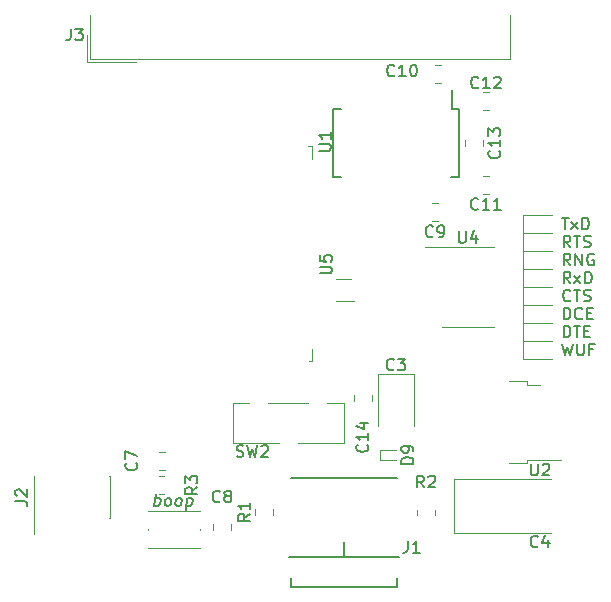
<source format=gto>
G04 #@! TF.GenerationSoftware,KiCad,Pcbnew,5.1.10*
G04 #@! TF.CreationDate,2021-07-04T17:42:54-04:00*
G04 #@! TF.ProjectId,windpup,77696e64-7075-4702-9e6b-696361645f70,rev?*
G04 #@! TF.SameCoordinates,Original*
G04 #@! TF.FileFunction,Legend,Top*
G04 #@! TF.FilePolarity,Positive*
%FSLAX46Y46*%
G04 Gerber Fmt 4.6, Leading zero omitted, Abs format (unit mm)*
G04 Created by KiCad (PCBNEW 5.1.10) date 2021-07-04 17:42:54*
%MOMM*%
%LPD*%
G01*
G04 APERTURE LIST*
%ADD10C,0.250000*%
%ADD11C,0.150000*%
%ADD12C,0.200000*%
%ADD13C,0.100000*%
%ADD14C,0.120000*%
%ADD15R,4.300000X4.300000*%
%ADD16R,0.912500X0.850000*%
%ADD17C,0.900000*%
%ADD18R,1.200000X1.400000*%
%ADD19R,0.360000X0.250000*%
%ADD20R,0.700000X0.400000*%
%ADD21R,0.450000X1.750000*%
%ADD22R,1.846667X3.480000*%
%ADD23R,0.740000X2.400000*%
%ADD24O,0.900000X1.700000*%
%ADD25O,0.900000X2.400000*%
%ADD26C,0.650000*%
%ADD27R,0.900000X1.000000*%
%ADD28R,6.400000X5.800000*%
%ADD29R,2.200000X1.200000*%
G04 APERTURE END LIST*
D10*
X125154571Y-106258095D02*
X125154571Y-105877142D01*
X126154571Y-106115238D02*
X124868857Y-106115238D01*
X124726000Y-106067619D01*
X124654571Y-105972380D01*
X124654571Y-105877142D01*
X125154571Y-105115238D02*
X126154571Y-105115238D01*
X125154571Y-105543809D02*
X125940285Y-105543809D01*
X126083142Y-105496190D01*
X126154571Y-105400952D01*
X126154571Y-105258095D01*
X126083142Y-105162857D01*
X126011714Y-105115238D01*
X125154571Y-104639047D02*
X126154571Y-104639047D01*
X125297428Y-104639047D02*
X125226000Y-104591428D01*
X125154571Y-104496190D01*
X125154571Y-104353333D01*
X125226000Y-104258095D01*
X125368857Y-104210476D01*
X126154571Y-104210476D01*
X125154571Y-103734285D02*
X126154571Y-103734285D01*
X125297428Y-103734285D02*
X125226000Y-103686666D01*
X125154571Y-103591428D01*
X125154571Y-103448571D01*
X125226000Y-103353333D01*
X125368857Y-103305714D01*
X126154571Y-103305714D01*
X125154571Y-102924761D02*
X126154571Y-102686666D01*
X125154571Y-102448571D02*
X126154571Y-102686666D01*
X126511714Y-102781904D01*
X126583142Y-102829523D01*
X126654571Y-102924761D01*
X126154571Y-101162857D02*
X126083142Y-101258095D01*
X125940285Y-101305714D01*
X124654571Y-101305714D01*
X126154571Y-100781904D02*
X125154571Y-100781904D01*
X124654571Y-100781904D02*
X124726000Y-100829523D01*
X124797428Y-100781904D01*
X124726000Y-100734285D01*
X124654571Y-100781904D01*
X124797428Y-100781904D01*
X125154571Y-99877142D02*
X126368857Y-99877142D01*
X126511714Y-99924761D01*
X126583142Y-99972380D01*
X126654571Y-100067619D01*
X126654571Y-100210476D01*
X126583142Y-100305714D01*
X126083142Y-99877142D02*
X126154571Y-99972380D01*
X126154571Y-100162857D01*
X126083142Y-100258095D01*
X126011714Y-100305714D01*
X125868857Y-100353333D01*
X125440285Y-100353333D01*
X125297428Y-100305714D01*
X125226000Y-100258095D01*
X125154571Y-100162857D01*
X125154571Y-99972380D01*
X125226000Y-99877142D01*
X126154571Y-99400952D02*
X124654571Y-99400952D01*
X126154571Y-98972380D02*
X125368857Y-98972380D01*
X125226000Y-99020000D01*
X125154571Y-99115238D01*
X125154571Y-99258095D01*
X125226000Y-99353333D01*
X125297428Y-99400952D01*
X125154571Y-98639047D02*
X125154571Y-98258095D01*
X124654571Y-98496190D02*
X125940285Y-98496190D01*
X126083142Y-98448571D01*
X126154571Y-98353333D01*
X126154571Y-98258095D01*
X126154571Y-97924761D02*
X124654571Y-97924761D01*
X125226000Y-97924761D02*
X125154571Y-97829523D01*
X125154571Y-97639047D01*
X125226000Y-97543809D01*
X125297428Y-97496190D01*
X125440285Y-97448571D01*
X125868857Y-97448571D01*
X126011714Y-97496190D01*
X126083142Y-97543809D01*
X126154571Y-97639047D01*
X126154571Y-97829523D01*
X126083142Y-97924761D01*
X125154571Y-96591428D02*
X126154571Y-96591428D01*
X125154571Y-97020000D02*
X125940285Y-97020000D01*
X126083142Y-96972380D01*
X126154571Y-96877142D01*
X126154571Y-96734285D01*
X126083142Y-96639047D01*
X126011714Y-96591428D01*
X126154571Y-95972380D02*
X126083142Y-96067619D01*
X125940285Y-96115238D01*
X124654571Y-96115238D01*
X126154571Y-95591428D02*
X124654571Y-95591428D01*
X125226000Y-95591428D02*
X125154571Y-95496190D01*
X125154571Y-95305714D01*
X125226000Y-95210476D01*
X125297428Y-95162857D01*
X125440285Y-95115238D01*
X125868857Y-95115238D01*
X126011714Y-95162857D01*
X126083142Y-95210476D01*
X126154571Y-95305714D01*
X126154571Y-95496190D01*
X126083142Y-95591428D01*
X125154571Y-93496190D02*
X126368857Y-93496190D01*
X126511714Y-93543809D01*
X126583142Y-93591428D01*
X126654571Y-93686666D01*
X126654571Y-93829523D01*
X126583142Y-93924761D01*
X126083142Y-93496190D02*
X126154571Y-93591428D01*
X126154571Y-93781904D01*
X126083142Y-93877142D01*
X126011714Y-93924761D01*
X125868857Y-93972380D01*
X125440285Y-93972380D01*
X125297428Y-93924761D01*
X125226000Y-93877142D01*
X125154571Y-93781904D01*
X125154571Y-93591428D01*
X125226000Y-93496190D01*
X126154571Y-92877142D02*
X126083142Y-92972380D01*
X126011714Y-93020000D01*
X125868857Y-93067619D01*
X125440285Y-93067619D01*
X125297428Y-93020000D01*
X125226000Y-92972380D01*
X125154571Y-92877142D01*
X125154571Y-92734285D01*
X125226000Y-92639047D01*
X125297428Y-92591428D01*
X125440285Y-92543809D01*
X125868857Y-92543809D01*
X126011714Y-92591428D01*
X126083142Y-92639047D01*
X126154571Y-92734285D01*
X126154571Y-92877142D01*
X126083142Y-91734285D02*
X126154571Y-91829523D01*
X126154571Y-92020000D01*
X126083142Y-92115238D01*
X125940285Y-92162857D01*
X125368857Y-92162857D01*
X125226000Y-92115238D01*
X125154571Y-92020000D01*
X125154571Y-91829523D01*
X125226000Y-91734285D01*
X125368857Y-91686666D01*
X125511714Y-91686666D01*
X125654571Y-92162857D01*
X126083142Y-91305714D02*
X126154571Y-91210476D01*
X126154571Y-91020000D01*
X126083142Y-90924761D01*
X125940285Y-90877142D01*
X125868857Y-90877142D01*
X125726000Y-90924761D01*
X125654571Y-91020000D01*
X125654571Y-91162857D01*
X125583142Y-91258095D01*
X125440285Y-91305714D01*
X125368857Y-91305714D01*
X125226000Y-91258095D01*
X125154571Y-91162857D01*
X125154571Y-91020000D01*
X125226000Y-90924761D01*
X126154571Y-89686666D02*
X124654571Y-89686666D01*
X126154571Y-89258095D02*
X125368857Y-89258095D01*
X125226000Y-89305714D01*
X125154571Y-89400952D01*
X125154571Y-89543809D01*
X125226000Y-89639047D01*
X125297428Y-89686666D01*
X126083142Y-88400952D02*
X126154571Y-88496190D01*
X126154571Y-88686666D01*
X126083142Y-88781904D01*
X125940285Y-88829523D01*
X125368857Y-88829523D01*
X125226000Y-88781904D01*
X125154571Y-88686666D01*
X125154571Y-88496190D01*
X125226000Y-88400952D01*
X125368857Y-88353333D01*
X125511714Y-88353333D01*
X125654571Y-88829523D01*
X126154571Y-87924761D02*
X125154571Y-87924761D01*
X125440285Y-87924761D02*
X125297428Y-87877142D01*
X125226000Y-87829523D01*
X125154571Y-87734285D01*
X125154571Y-87639047D01*
X126083142Y-86924761D02*
X126154571Y-87020000D01*
X126154571Y-87210476D01*
X126083142Y-87305714D01*
X125940285Y-87353333D01*
X125368857Y-87353333D01*
X125226000Y-87305714D01*
X125154571Y-87210476D01*
X125154571Y-87020000D01*
X125226000Y-86924761D01*
X125368857Y-86877142D01*
X125511714Y-86877142D01*
X125654571Y-87353333D01*
D11*
X133964586Y-117597180D02*
X134089586Y-116597180D01*
X134041967Y-116978133D02*
X134143157Y-116930514D01*
X134333633Y-116930514D01*
X134422919Y-116978133D01*
X134464586Y-117025752D01*
X134500300Y-117120990D01*
X134464586Y-117406704D01*
X134405062Y-117501942D01*
X134351491Y-117549561D01*
X134250300Y-117597180D01*
X134059824Y-117597180D01*
X133970538Y-117549561D01*
X135012205Y-117597180D02*
X134922919Y-117549561D01*
X134881252Y-117501942D01*
X134845538Y-117406704D01*
X134881252Y-117120990D01*
X134940776Y-117025752D01*
X134994348Y-116978133D01*
X135095538Y-116930514D01*
X135238395Y-116930514D01*
X135327681Y-116978133D01*
X135369348Y-117025752D01*
X135405062Y-117120990D01*
X135369348Y-117406704D01*
X135309824Y-117501942D01*
X135256252Y-117549561D01*
X135155062Y-117597180D01*
X135012205Y-117597180D01*
X135916967Y-117597180D02*
X135827681Y-117549561D01*
X135786014Y-117501942D01*
X135750300Y-117406704D01*
X135786014Y-117120990D01*
X135845538Y-117025752D01*
X135899110Y-116978133D01*
X136000300Y-116930514D01*
X136143157Y-116930514D01*
X136232443Y-116978133D01*
X136274110Y-117025752D01*
X136309824Y-117120990D01*
X136274110Y-117406704D01*
X136214586Y-117501942D01*
X136161014Y-117549561D01*
X136059824Y-117597180D01*
X135916967Y-117597180D01*
X136762205Y-116930514D02*
X136637205Y-117930514D01*
X136756252Y-116978133D02*
X136857443Y-116930514D01*
X137047919Y-116930514D01*
X137137205Y-116978133D01*
X137178872Y-117025752D01*
X137214586Y-117120990D01*
X137178872Y-117406704D01*
X137119348Y-117501942D01*
X137065776Y-117549561D01*
X136964586Y-117597180D01*
X136774110Y-117597180D01*
X136684824Y-117549561D01*
D12*
X168529142Y-103846380D02*
X168767237Y-104846380D01*
X168957714Y-104132095D01*
X169148190Y-104846380D01*
X169386285Y-103846380D01*
X169767237Y-103846380D02*
X169767237Y-104655904D01*
X169814856Y-104751142D01*
X169862475Y-104798761D01*
X169957714Y-104846380D01*
X170148190Y-104846380D01*
X170243428Y-104798761D01*
X170291047Y-104751142D01*
X170338666Y-104655904D01*
X170338666Y-103846380D01*
X171148190Y-104322571D02*
X170814856Y-104322571D01*
X170814856Y-104846380D02*
X170814856Y-103846380D01*
X171291047Y-103846380D01*
X168624380Y-103322380D02*
X168624380Y-102322380D01*
X168862476Y-102322380D01*
X169005333Y-102370000D01*
X169100571Y-102465238D01*
X169148190Y-102560476D01*
X169195809Y-102750952D01*
X169195809Y-102893809D01*
X169148190Y-103084285D01*
X169100571Y-103179523D01*
X169005333Y-103274761D01*
X168862476Y-103322380D01*
X168624380Y-103322380D01*
X169481523Y-102322380D02*
X170052952Y-102322380D01*
X169767238Y-103322380D02*
X169767238Y-102322380D01*
X170386285Y-102798571D02*
X170719619Y-102798571D01*
X170862476Y-103322380D02*
X170386285Y-103322380D01*
X170386285Y-102322380D01*
X170862476Y-102322380D01*
X168624381Y-101798380D02*
X168624381Y-100798380D01*
X168862476Y-100798380D01*
X169005333Y-100846000D01*
X169100571Y-100941238D01*
X169148190Y-101036476D01*
X169195809Y-101226952D01*
X169195809Y-101369809D01*
X169148190Y-101560285D01*
X169100571Y-101655523D01*
X169005333Y-101750761D01*
X168862476Y-101798380D01*
X168624381Y-101798380D01*
X170195809Y-101703142D02*
X170148190Y-101750761D01*
X170005333Y-101798380D01*
X169910095Y-101798380D01*
X169767238Y-101750761D01*
X169672000Y-101655523D01*
X169624381Y-101560285D01*
X169576762Y-101369809D01*
X169576762Y-101226952D01*
X169624381Y-101036476D01*
X169672000Y-100941238D01*
X169767238Y-100846000D01*
X169910095Y-100798380D01*
X170005333Y-100798380D01*
X170148190Y-100846000D01*
X170195809Y-100893619D01*
X170624381Y-101274571D02*
X170957714Y-101274571D01*
X171100571Y-101798380D02*
X170624381Y-101798380D01*
X170624381Y-100798380D01*
X171100571Y-100798380D01*
X169195809Y-100179142D02*
X169148190Y-100226761D01*
X169005333Y-100274380D01*
X168910095Y-100274380D01*
X168767238Y-100226761D01*
X168672000Y-100131523D01*
X168624381Y-100036285D01*
X168576762Y-99845809D01*
X168576762Y-99702952D01*
X168624381Y-99512476D01*
X168672000Y-99417238D01*
X168767238Y-99322000D01*
X168910095Y-99274380D01*
X169005333Y-99274380D01*
X169148190Y-99322000D01*
X169195809Y-99369619D01*
X169481524Y-99274380D02*
X170052952Y-99274380D01*
X169767238Y-100274380D02*
X169767238Y-99274380D01*
X170338667Y-100226761D02*
X170481524Y-100274380D01*
X170719619Y-100274380D01*
X170814857Y-100226761D01*
X170862476Y-100179142D01*
X170910095Y-100083904D01*
X170910095Y-99988666D01*
X170862476Y-99893428D01*
X170814857Y-99845809D01*
X170719619Y-99798190D01*
X170529143Y-99750571D01*
X170433905Y-99702952D01*
X170386286Y-99655333D01*
X170338667Y-99560095D01*
X170338667Y-99464857D01*
X170386286Y-99369619D01*
X170433905Y-99322000D01*
X170529143Y-99274380D01*
X170767238Y-99274380D01*
X170910095Y-99322000D01*
X169195809Y-98750380D02*
X168862476Y-98274190D01*
X168624381Y-98750380D02*
X168624381Y-97750380D01*
X169005333Y-97750380D01*
X169100571Y-97798000D01*
X169148190Y-97845619D01*
X169195809Y-97940857D01*
X169195809Y-98083714D01*
X169148190Y-98178952D01*
X169100571Y-98226571D01*
X169005333Y-98274190D01*
X168624381Y-98274190D01*
X169529143Y-98750380D02*
X170052952Y-98083714D01*
X169529143Y-98083714D02*
X170052952Y-98750380D01*
X170433905Y-98750380D02*
X170433905Y-97750380D01*
X170672000Y-97750380D01*
X170814857Y-97798000D01*
X170910095Y-97893238D01*
X170957714Y-97988476D01*
X171005333Y-98178952D01*
X171005333Y-98321809D01*
X170957714Y-98512285D01*
X170910095Y-98607523D01*
X170814857Y-98702761D01*
X170672000Y-98750380D01*
X170433905Y-98750380D01*
X169195809Y-97226380D02*
X168862475Y-96750190D01*
X168624380Y-97226380D02*
X168624380Y-96226380D01*
X169005333Y-96226380D01*
X169100571Y-96274000D01*
X169148190Y-96321619D01*
X169195809Y-96416857D01*
X169195809Y-96559714D01*
X169148190Y-96654952D01*
X169100571Y-96702571D01*
X169005333Y-96750190D01*
X168624380Y-96750190D01*
X169624380Y-97226380D02*
X169624380Y-96226380D01*
X170195809Y-97226380D01*
X170195809Y-96226380D01*
X171195809Y-96274000D02*
X171100571Y-96226380D01*
X170957714Y-96226380D01*
X170814856Y-96274000D01*
X170719618Y-96369238D01*
X170671999Y-96464476D01*
X170624380Y-96654952D01*
X170624380Y-96797809D01*
X170671999Y-96988285D01*
X170719618Y-97083523D01*
X170814856Y-97178761D01*
X170957714Y-97226380D01*
X171052952Y-97226380D01*
X171195809Y-97178761D01*
X171243428Y-97131142D01*
X171243428Y-96797809D01*
X171052952Y-96797809D01*
X169195809Y-95702380D02*
X168862476Y-95226190D01*
X168624381Y-95702380D02*
X168624381Y-94702380D01*
X169005333Y-94702380D01*
X169100571Y-94750000D01*
X169148190Y-94797619D01*
X169195809Y-94892857D01*
X169195809Y-95035714D01*
X169148190Y-95130952D01*
X169100571Y-95178571D01*
X169005333Y-95226190D01*
X168624381Y-95226190D01*
X169481524Y-94702380D02*
X170052952Y-94702380D01*
X169767238Y-95702380D02*
X169767238Y-94702380D01*
X170338667Y-95654761D02*
X170481524Y-95702380D01*
X170719619Y-95702380D01*
X170814857Y-95654761D01*
X170862476Y-95607142D01*
X170910095Y-95511904D01*
X170910095Y-95416666D01*
X170862476Y-95321428D01*
X170814857Y-95273809D01*
X170719619Y-95226190D01*
X170529143Y-95178571D01*
X170433905Y-95130952D01*
X170386286Y-95083333D01*
X170338667Y-94988095D01*
X170338667Y-94892857D01*
X170386286Y-94797619D01*
X170433905Y-94750000D01*
X170529143Y-94702380D01*
X170767238Y-94702380D01*
X170910095Y-94750000D01*
X168481523Y-93178380D02*
X169052952Y-93178380D01*
X168767238Y-94178380D02*
X168767238Y-93178380D01*
X169291047Y-94178380D02*
X169814857Y-93511714D01*
X169291047Y-93511714D02*
X169814857Y-94178380D01*
X170195809Y-94178380D02*
X170195809Y-93178380D01*
X170433904Y-93178380D01*
X170576761Y-93226000D01*
X170672000Y-93321238D01*
X170719619Y-93416476D01*
X170767238Y-93606952D01*
X170767238Y-93749809D01*
X170719619Y-93940285D01*
X170672000Y-94035523D01*
X170576761Y-94130761D01*
X170433904Y-94178380D01*
X170195809Y-94178380D01*
D13*
X147095001Y-105334999D02*
X147315001Y-105334999D01*
X147315001Y-105334999D02*
X147315001Y-104314999D01*
X146995001Y-87094999D02*
X147295001Y-87094999D01*
X147315001Y-88214999D02*
X147315001Y-87094999D01*
X127075001Y-105334999D02*
X127075001Y-87094999D01*
X127075001Y-87094999D02*
X133595001Y-87094999D01*
X127075001Y-105334999D02*
X133395001Y-105334999D01*
X133395001Y-105334999D02*
X133395001Y-107214999D01*
D14*
X150029000Y-108877000D02*
X148629000Y-108877000D01*
X150029000Y-112277000D02*
X150029000Y-108877000D01*
X150029000Y-112277000D02*
X146129000Y-112277000D01*
X147029000Y-108877000D02*
X143629000Y-108877000D01*
X142029000Y-108877000D02*
X140629000Y-108877000D01*
X140629000Y-108877000D02*
X140629000Y-112277000D01*
X140629000Y-112277000D02*
X144529000Y-112277000D01*
X152922000Y-106432000D02*
X152922000Y-110817000D01*
X155942000Y-106432000D02*
X152922000Y-106432000D01*
X155942000Y-110817000D02*
X155942000Y-106432000D01*
X157707000Y-118353064D02*
X157707000Y-117898936D01*
X156237000Y-118353064D02*
X156237000Y-117898936D01*
X143991000Y-118321064D02*
X143991000Y-117866936D01*
X142521000Y-118321064D02*
X142521000Y-117866936D01*
X153124000Y-112884000D02*
X153124000Y-113684000D01*
X154424000Y-112884000D02*
X153124000Y-112884000D01*
X154424000Y-113684000D02*
X153124000Y-113684000D01*
X152373000Y-108218248D02*
X152373000Y-108740752D01*
X150903000Y-108218248D02*
X150903000Y-108740752D01*
X149349000Y-98406000D02*
X150649000Y-98406000D01*
X150899000Y-100206000D02*
X149349000Y-100206000D01*
X161769248Y-89689000D02*
X162291752Y-89689000D01*
X161769248Y-91159000D02*
X162291752Y-91159000D01*
X162334752Y-84047000D02*
X161812248Y-84047000D01*
X162334752Y-82577000D02*
X161812248Y-82577000D01*
X158249252Y-81761000D02*
X157726748Y-81761000D01*
X158249252Y-80291000D02*
X157726748Y-80291000D01*
X157995252Y-93445000D02*
X157472748Y-93445000D01*
X157995252Y-91975000D02*
X157472748Y-91975000D01*
X160301000Y-87150752D02*
X160301000Y-86628248D01*
X161771000Y-87150752D02*
X161771000Y-86628248D01*
X167678000Y-96039000D02*
X165218000Y-96039000D01*
X165218000Y-96039000D02*
X165218000Y-97509000D01*
X165218000Y-97509000D02*
X167678000Y-97509000D01*
X167678000Y-99087000D02*
X165218000Y-99087000D01*
X165218000Y-99087000D02*
X165218000Y-100557000D01*
X165218000Y-100557000D02*
X167678000Y-100557000D01*
X167678000Y-103659000D02*
X165218000Y-103659000D01*
X165218000Y-103659000D02*
X165218000Y-105129000D01*
X165218000Y-105129000D02*
X167678000Y-105129000D01*
X167678000Y-102135000D02*
X165218000Y-102135000D01*
X165218000Y-102135000D02*
X165218000Y-103605000D01*
X165218000Y-103605000D02*
X167678000Y-103605000D01*
X167678000Y-100611000D02*
X165218000Y-100611000D01*
X165218000Y-100611000D02*
X165218000Y-102081000D01*
X165218000Y-102081000D02*
X167678000Y-102081000D01*
X167678000Y-97563000D02*
X165218000Y-97563000D01*
X165218000Y-97563000D02*
X165218000Y-99033000D01*
X165218000Y-99033000D02*
X167678000Y-99033000D01*
X167678000Y-94515000D02*
X165218000Y-94515000D01*
X165218000Y-94515000D02*
X165218000Y-95985000D01*
X165218000Y-95985000D02*
X167678000Y-95985000D01*
X165218000Y-94461000D02*
X167678000Y-94461000D01*
X165218000Y-92991000D02*
X165218000Y-94461000D01*
X167678000Y-92991000D02*
X165218000Y-92991000D01*
X160528000Y-102445000D02*
X162728000Y-102445000D01*
X160528000Y-102445000D02*
X158328000Y-102445000D01*
X160528000Y-95675000D02*
X162728000Y-95675000D01*
X160528000Y-95675000D02*
X156928000Y-95675000D01*
D11*
X159757000Y-83993000D02*
X159182000Y-83993000D01*
X159757000Y-89743000D02*
X159107000Y-89743000D01*
X149107000Y-89743000D02*
X149757000Y-89743000D01*
X149107000Y-83993000D02*
X149757000Y-83993000D01*
X159757000Y-83993000D02*
X159757000Y-89743000D01*
X149107000Y-83993000D02*
X149107000Y-89743000D01*
X159182000Y-83993000D02*
X159182000Y-82393000D01*
D14*
X128500667Y-75984000D02*
X128500667Y-79724000D01*
X128500667Y-79724000D02*
X164107333Y-79724000D01*
X164107333Y-79724000D02*
X164107333Y-75984000D01*
X128260667Y-77724000D02*
X128260667Y-79964000D01*
X128260667Y-79964000D02*
X132454000Y-79964000D01*
X123765000Y-118605000D02*
X123765000Y-115075000D01*
X130235000Y-118605000D02*
X130235000Y-115075000D01*
X123830000Y-119930000D02*
X123830000Y-118605000D01*
X123765000Y-118605000D02*
X123830000Y-118605000D01*
X123765000Y-115075000D02*
X123830000Y-115075000D01*
X130170000Y-118605000D02*
X130235000Y-118605000D01*
X130170000Y-115075000D02*
X130235000Y-115075000D01*
D11*
X145406000Y-121924000D02*
X154656000Y-121924000D01*
X145556000Y-115264000D02*
X154506000Y-115264000D01*
X154511000Y-123674000D02*
X154506000Y-124434000D01*
X145556000Y-124434000D02*
X154506000Y-124434000D01*
X145556000Y-124434000D02*
X145551000Y-123674000D01*
X150031000Y-121924000D02*
X150031000Y-120654000D01*
D14*
X133418000Y-119546000D02*
X133418000Y-119646000D01*
X137818000Y-118046000D02*
X133418000Y-118046000D01*
X133418000Y-121146000D02*
X137818000Y-121146000D01*
X137818000Y-119546000D02*
X137818000Y-119646000D01*
X138965000Y-119641252D02*
X138965000Y-119118748D01*
X140435000Y-119641252D02*
X140435000Y-119118748D01*
X134380248Y-113057000D02*
X134902752Y-113057000D01*
X134380248Y-114527000D02*
X134902752Y-114527000D01*
X165538000Y-107310000D02*
X166638000Y-107310000D01*
X165538000Y-107040000D02*
X165538000Y-107310000D01*
X164038000Y-107040000D02*
X165538000Y-107040000D01*
X165538000Y-113670000D02*
X168368000Y-113670000D01*
X165538000Y-113940000D02*
X165538000Y-113670000D01*
X164038000Y-113940000D02*
X165538000Y-113940000D01*
X134376936Y-116559000D02*
X134831064Y-116559000D01*
X134376936Y-115089000D02*
X134831064Y-115089000D01*
X159347000Y-119862000D02*
X167582000Y-119862000D01*
X159347000Y-115342000D02*
X159347000Y-119862000D01*
X167582000Y-115342000D02*
X159347000Y-115342000D01*
D11*
X131572095Y-105624380D02*
X131572095Y-106433904D01*
X131619714Y-106529142D01*
X131667333Y-106576761D01*
X131762571Y-106624380D01*
X131953047Y-106624380D01*
X132048285Y-106576761D01*
X132095904Y-106529142D01*
X132143523Y-106433904D01*
X132143523Y-105624380D01*
X132524476Y-105624380D02*
X133143523Y-105624380D01*
X132810190Y-106005333D01*
X132953047Y-106005333D01*
X133048285Y-106052952D01*
X133095904Y-106100571D01*
X133143523Y-106195809D01*
X133143523Y-106433904D01*
X133095904Y-106529142D01*
X133048285Y-106576761D01*
X132953047Y-106624380D01*
X132667333Y-106624380D01*
X132572095Y-106576761D01*
X132524476Y-106529142D01*
X140947666Y-113394761D02*
X141090523Y-113442380D01*
X141328619Y-113442380D01*
X141423857Y-113394761D01*
X141471476Y-113347142D01*
X141519095Y-113251904D01*
X141519095Y-113156666D01*
X141471476Y-113061428D01*
X141423857Y-113013809D01*
X141328619Y-112966190D01*
X141138142Y-112918571D01*
X141042904Y-112870952D01*
X140995285Y-112823333D01*
X140947666Y-112728095D01*
X140947666Y-112632857D01*
X140995285Y-112537619D01*
X141042904Y-112490000D01*
X141138142Y-112442380D01*
X141376238Y-112442380D01*
X141519095Y-112490000D01*
X141852428Y-112442380D02*
X142090523Y-113442380D01*
X142281000Y-112728095D01*
X142471476Y-113442380D01*
X142709571Y-112442380D01*
X143042904Y-112537619D02*
X143090523Y-112490000D01*
X143185761Y-112442380D01*
X143423857Y-112442380D01*
X143519095Y-112490000D01*
X143566714Y-112537619D01*
X143614333Y-112632857D01*
X143614333Y-112728095D01*
X143566714Y-112870952D01*
X142995285Y-113442380D01*
X143614333Y-113442380D01*
X154265333Y-106021142D02*
X154217714Y-106068761D01*
X154074857Y-106116380D01*
X153979619Y-106116380D01*
X153836761Y-106068761D01*
X153741523Y-105973523D01*
X153693904Y-105878285D01*
X153646285Y-105687809D01*
X153646285Y-105544952D01*
X153693904Y-105354476D01*
X153741523Y-105259238D01*
X153836761Y-105164000D01*
X153979619Y-105116380D01*
X154074857Y-105116380D01*
X154217714Y-105164000D01*
X154265333Y-105211619D01*
X154598666Y-105116380D02*
X155217714Y-105116380D01*
X154884380Y-105497333D01*
X155027238Y-105497333D01*
X155122476Y-105544952D01*
X155170095Y-105592571D01*
X155217714Y-105687809D01*
X155217714Y-105925904D01*
X155170095Y-106021142D01*
X155122476Y-106068761D01*
X155027238Y-106116380D01*
X154741523Y-106116380D01*
X154646285Y-106068761D01*
X154598666Y-106021142D01*
X156805333Y-116022380D02*
X156472000Y-115546190D01*
X156233904Y-116022380D02*
X156233904Y-115022380D01*
X156614857Y-115022380D01*
X156710095Y-115070000D01*
X156757714Y-115117619D01*
X156805333Y-115212857D01*
X156805333Y-115355714D01*
X156757714Y-115450952D01*
X156710095Y-115498571D01*
X156614857Y-115546190D01*
X156233904Y-115546190D01*
X157186285Y-115117619D02*
X157233904Y-115070000D01*
X157329142Y-115022380D01*
X157567238Y-115022380D01*
X157662476Y-115070000D01*
X157710095Y-115117619D01*
X157757714Y-115212857D01*
X157757714Y-115308095D01*
X157710095Y-115450952D01*
X157138666Y-116022380D01*
X157757714Y-116022380D01*
X142058380Y-118260666D02*
X141582190Y-118594000D01*
X142058380Y-118832095D02*
X141058380Y-118832095D01*
X141058380Y-118451142D01*
X141106000Y-118355904D01*
X141153619Y-118308285D01*
X141248857Y-118260666D01*
X141391714Y-118260666D01*
X141486952Y-118308285D01*
X141534571Y-118355904D01*
X141582190Y-118451142D01*
X141582190Y-118832095D01*
X142058380Y-117308285D02*
X142058380Y-117879714D01*
X142058380Y-117594000D02*
X141058380Y-117594000D01*
X141201238Y-117689238D01*
X141296476Y-117784476D01*
X141344095Y-117879714D01*
X155900380Y-114022095D02*
X154900380Y-114022095D01*
X154900380Y-113784000D01*
X154948000Y-113641142D01*
X155043238Y-113545904D01*
X155138476Y-113498285D01*
X155328952Y-113450666D01*
X155471809Y-113450666D01*
X155662285Y-113498285D01*
X155757523Y-113545904D01*
X155852761Y-113641142D01*
X155900380Y-113784000D01*
X155900380Y-114022095D01*
X155900380Y-112974476D02*
X155900380Y-112784000D01*
X155852761Y-112688761D01*
X155805142Y-112641142D01*
X155662285Y-112545904D01*
X155471809Y-112498285D01*
X155090857Y-112498285D01*
X154995619Y-112545904D01*
X154948000Y-112593523D01*
X154900380Y-112688761D01*
X154900380Y-112879238D01*
X154948000Y-112974476D01*
X154995619Y-113022095D01*
X155090857Y-113069714D01*
X155328952Y-113069714D01*
X155424190Y-113022095D01*
X155471809Y-112974476D01*
X155519428Y-112879238D01*
X155519428Y-112688761D01*
X155471809Y-112593523D01*
X155424190Y-112545904D01*
X155328952Y-112498285D01*
X151995142Y-112402857D02*
X152042761Y-112450476D01*
X152090380Y-112593333D01*
X152090380Y-112688571D01*
X152042761Y-112831428D01*
X151947523Y-112926666D01*
X151852285Y-112974285D01*
X151661809Y-113021904D01*
X151518952Y-113021904D01*
X151328476Y-112974285D01*
X151233238Y-112926666D01*
X151138000Y-112831428D01*
X151090380Y-112688571D01*
X151090380Y-112593333D01*
X151138000Y-112450476D01*
X151185619Y-112402857D01*
X152090380Y-111450476D02*
X152090380Y-112021904D01*
X152090380Y-111736190D02*
X151090380Y-111736190D01*
X151233238Y-111831428D01*
X151328476Y-111926666D01*
X151376095Y-112021904D01*
X151423714Y-110593333D02*
X152090380Y-110593333D01*
X151042761Y-110831428D02*
X151757047Y-111069523D01*
X151757047Y-110450476D01*
X148002880Y-97908904D02*
X148812404Y-97908904D01*
X148907642Y-97861285D01*
X148955261Y-97813666D01*
X149002880Y-97718428D01*
X149002880Y-97527952D01*
X148955261Y-97432714D01*
X148907642Y-97385095D01*
X148812404Y-97337476D01*
X148002880Y-97337476D01*
X148002880Y-96385095D02*
X148002880Y-96861285D01*
X148479071Y-96908904D01*
X148431452Y-96861285D01*
X148383833Y-96766047D01*
X148383833Y-96527952D01*
X148431452Y-96432714D01*
X148479071Y-96385095D01*
X148574309Y-96337476D01*
X148812404Y-96337476D01*
X148907642Y-96385095D01*
X148955261Y-96432714D01*
X149002880Y-96527952D01*
X149002880Y-96766047D01*
X148955261Y-96861285D01*
X148907642Y-96908904D01*
X161387642Y-92432142D02*
X161340023Y-92479761D01*
X161197166Y-92527380D01*
X161101928Y-92527380D01*
X160959071Y-92479761D01*
X160863833Y-92384523D01*
X160816214Y-92289285D01*
X160768595Y-92098809D01*
X160768595Y-91955952D01*
X160816214Y-91765476D01*
X160863833Y-91670238D01*
X160959071Y-91575000D01*
X161101928Y-91527380D01*
X161197166Y-91527380D01*
X161340023Y-91575000D01*
X161387642Y-91622619D01*
X162340023Y-92527380D02*
X161768595Y-92527380D01*
X162054309Y-92527380D02*
X162054309Y-91527380D01*
X161959071Y-91670238D01*
X161863833Y-91765476D01*
X161768595Y-91813095D01*
X163292404Y-92527380D02*
X162720976Y-92527380D01*
X163006690Y-92527380D02*
X163006690Y-91527380D01*
X162911452Y-91670238D01*
X162816214Y-91765476D01*
X162720976Y-91813095D01*
X161409142Y-82145142D02*
X161361523Y-82192761D01*
X161218666Y-82240380D01*
X161123428Y-82240380D01*
X160980571Y-82192761D01*
X160885333Y-82097523D01*
X160837714Y-82002285D01*
X160790095Y-81811809D01*
X160790095Y-81668952D01*
X160837714Y-81478476D01*
X160885333Y-81383238D01*
X160980571Y-81288000D01*
X161123428Y-81240380D01*
X161218666Y-81240380D01*
X161361523Y-81288000D01*
X161409142Y-81335619D01*
X162361523Y-82240380D02*
X161790095Y-82240380D01*
X162075809Y-82240380D02*
X162075809Y-81240380D01*
X161980571Y-81383238D01*
X161885333Y-81478476D01*
X161790095Y-81526095D01*
X162742476Y-81335619D02*
X162790095Y-81288000D01*
X162885333Y-81240380D01*
X163123428Y-81240380D01*
X163218666Y-81288000D01*
X163266285Y-81335619D01*
X163313904Y-81430857D01*
X163313904Y-81526095D01*
X163266285Y-81668952D01*
X162694857Y-82240380D01*
X163313904Y-82240380D01*
X154297142Y-81129142D02*
X154249523Y-81176761D01*
X154106666Y-81224380D01*
X154011428Y-81224380D01*
X153868571Y-81176761D01*
X153773333Y-81081523D01*
X153725714Y-80986285D01*
X153678095Y-80795809D01*
X153678095Y-80652952D01*
X153725714Y-80462476D01*
X153773333Y-80367238D01*
X153868571Y-80272000D01*
X154011428Y-80224380D01*
X154106666Y-80224380D01*
X154249523Y-80272000D01*
X154297142Y-80319619D01*
X155249523Y-81224380D02*
X154678095Y-81224380D01*
X154963809Y-81224380D02*
X154963809Y-80224380D01*
X154868571Y-80367238D01*
X154773333Y-80462476D01*
X154678095Y-80510095D01*
X155868571Y-80224380D02*
X155963809Y-80224380D01*
X156059047Y-80272000D01*
X156106666Y-80319619D01*
X156154285Y-80414857D01*
X156201904Y-80605333D01*
X156201904Y-80843428D01*
X156154285Y-81033904D01*
X156106666Y-81129142D01*
X156059047Y-81176761D01*
X155963809Y-81224380D01*
X155868571Y-81224380D01*
X155773333Y-81176761D01*
X155725714Y-81129142D01*
X155678095Y-81033904D01*
X155630476Y-80843428D01*
X155630476Y-80605333D01*
X155678095Y-80414857D01*
X155725714Y-80319619D01*
X155773333Y-80272000D01*
X155868571Y-80224380D01*
X157567333Y-94747142D02*
X157519714Y-94794761D01*
X157376857Y-94842380D01*
X157281619Y-94842380D01*
X157138761Y-94794761D01*
X157043523Y-94699523D01*
X156995904Y-94604285D01*
X156948285Y-94413809D01*
X156948285Y-94270952D01*
X156995904Y-94080476D01*
X157043523Y-93985238D01*
X157138761Y-93890000D01*
X157281619Y-93842380D01*
X157376857Y-93842380D01*
X157519714Y-93890000D01*
X157567333Y-93937619D01*
X158043523Y-94842380D02*
X158234000Y-94842380D01*
X158329238Y-94794761D01*
X158376857Y-94747142D01*
X158472095Y-94604285D01*
X158519714Y-94413809D01*
X158519714Y-94032857D01*
X158472095Y-93937619D01*
X158424476Y-93890000D01*
X158329238Y-93842380D01*
X158138761Y-93842380D01*
X158043523Y-93890000D01*
X157995904Y-93937619D01*
X157948285Y-94032857D01*
X157948285Y-94270952D01*
X157995904Y-94366190D01*
X158043523Y-94413809D01*
X158138761Y-94461428D01*
X158329238Y-94461428D01*
X158424476Y-94413809D01*
X158472095Y-94366190D01*
X158519714Y-94270952D01*
X163171142Y-87532357D02*
X163218761Y-87579976D01*
X163266380Y-87722833D01*
X163266380Y-87818071D01*
X163218761Y-87960928D01*
X163123523Y-88056166D01*
X163028285Y-88103785D01*
X162837809Y-88151404D01*
X162694952Y-88151404D01*
X162504476Y-88103785D01*
X162409238Y-88056166D01*
X162314000Y-87960928D01*
X162266380Y-87818071D01*
X162266380Y-87722833D01*
X162314000Y-87579976D01*
X162361619Y-87532357D01*
X163266380Y-86579976D02*
X163266380Y-87151404D01*
X163266380Y-86865690D02*
X162266380Y-86865690D01*
X162409238Y-86960928D01*
X162504476Y-87056166D01*
X162552095Y-87151404D01*
X162266380Y-86246642D02*
X162266380Y-85627595D01*
X162647333Y-85960928D01*
X162647333Y-85818071D01*
X162694952Y-85722833D01*
X162742571Y-85675214D01*
X162837809Y-85627595D01*
X163075904Y-85627595D01*
X163171142Y-85675214D01*
X163218761Y-85722833D01*
X163266380Y-85818071D01*
X163266380Y-86103785D01*
X163218761Y-86199023D01*
X163171142Y-86246642D01*
X159766095Y-94312380D02*
X159766095Y-95121904D01*
X159813714Y-95217142D01*
X159861333Y-95264761D01*
X159956571Y-95312380D01*
X160147047Y-95312380D01*
X160242285Y-95264761D01*
X160289904Y-95217142D01*
X160337523Y-95121904D01*
X160337523Y-94312380D01*
X161242285Y-94645714D02*
X161242285Y-95312380D01*
X161004190Y-94264761D02*
X160766095Y-94979047D01*
X161385142Y-94979047D01*
X147915380Y-87502904D02*
X148724904Y-87502904D01*
X148820142Y-87455285D01*
X148867761Y-87407666D01*
X148915380Y-87312428D01*
X148915380Y-87121952D01*
X148867761Y-87026714D01*
X148820142Y-86979095D01*
X148724904Y-86931476D01*
X147915380Y-86931476D01*
X148915380Y-85931476D02*
X148915380Y-86502904D01*
X148915380Y-86217190D02*
X147915380Y-86217190D01*
X148058238Y-86312428D01*
X148153476Y-86407666D01*
X148201095Y-86502904D01*
X126920666Y-77176380D02*
X126920666Y-77890666D01*
X126873047Y-78033523D01*
X126777809Y-78128761D01*
X126634952Y-78176380D01*
X126539714Y-78176380D01*
X127301619Y-77176380D02*
X127920666Y-77176380D01*
X127587333Y-77557333D01*
X127730190Y-77557333D01*
X127825428Y-77604952D01*
X127873047Y-77652571D01*
X127920666Y-77747809D01*
X127920666Y-77985904D01*
X127873047Y-78081142D01*
X127825428Y-78128761D01*
X127730190Y-78176380D01*
X127444476Y-78176380D01*
X127349238Y-78128761D01*
X127301619Y-78081142D01*
X122217380Y-117173333D02*
X122931666Y-117173333D01*
X123074523Y-117220952D01*
X123169761Y-117316190D01*
X123217380Y-117459047D01*
X123217380Y-117554285D01*
X122312619Y-116744761D02*
X122265000Y-116697142D01*
X122217380Y-116601904D01*
X122217380Y-116363809D01*
X122265000Y-116268571D01*
X122312619Y-116220952D01*
X122407857Y-116173333D01*
X122503095Y-116173333D01*
X122645952Y-116220952D01*
X123217380Y-116792380D01*
X123217380Y-116173333D01*
X155432166Y-120546880D02*
X155432166Y-121261166D01*
X155384547Y-121404023D01*
X155289309Y-121499261D01*
X155146452Y-121546880D01*
X155051214Y-121546880D01*
X156432166Y-121546880D02*
X155860738Y-121546880D01*
X156146452Y-121546880D02*
X156146452Y-120546880D01*
X156051214Y-120689738D01*
X155955976Y-120784976D01*
X155860738Y-120832595D01*
X139533333Y-117197142D02*
X139485714Y-117244761D01*
X139342857Y-117292380D01*
X139247619Y-117292380D01*
X139104761Y-117244761D01*
X139009523Y-117149523D01*
X138961904Y-117054285D01*
X138914285Y-116863809D01*
X138914285Y-116720952D01*
X138961904Y-116530476D01*
X139009523Y-116435238D01*
X139104761Y-116340000D01*
X139247619Y-116292380D01*
X139342857Y-116292380D01*
X139485714Y-116340000D01*
X139533333Y-116387619D01*
X140104761Y-116720952D02*
X140009523Y-116673333D01*
X139961904Y-116625714D01*
X139914285Y-116530476D01*
X139914285Y-116482857D01*
X139961904Y-116387619D01*
X140009523Y-116340000D01*
X140104761Y-116292380D01*
X140295238Y-116292380D01*
X140390476Y-116340000D01*
X140438095Y-116387619D01*
X140485714Y-116482857D01*
X140485714Y-116530476D01*
X140438095Y-116625714D01*
X140390476Y-116673333D01*
X140295238Y-116720952D01*
X140104761Y-116720952D01*
X140009523Y-116768571D01*
X139961904Y-116816190D01*
X139914285Y-116911428D01*
X139914285Y-117101904D01*
X139961904Y-117197142D01*
X140009523Y-117244761D01*
X140104761Y-117292380D01*
X140295238Y-117292380D01*
X140390476Y-117244761D01*
X140438095Y-117197142D01*
X140485714Y-117101904D01*
X140485714Y-116911428D01*
X140438095Y-116816190D01*
X140390476Y-116768571D01*
X140295238Y-116720952D01*
X132437142Y-113958666D02*
X132484761Y-114006285D01*
X132532380Y-114149142D01*
X132532380Y-114244380D01*
X132484761Y-114387238D01*
X132389523Y-114482476D01*
X132294285Y-114530095D01*
X132103809Y-114577714D01*
X131960952Y-114577714D01*
X131770476Y-114530095D01*
X131675238Y-114482476D01*
X131580000Y-114387238D01*
X131532380Y-114244380D01*
X131532380Y-114149142D01*
X131580000Y-114006285D01*
X131627619Y-113958666D01*
X131532380Y-113625333D02*
X131532380Y-112958666D01*
X132532380Y-113387238D01*
X165862095Y-114006380D02*
X165862095Y-114815904D01*
X165909714Y-114911142D01*
X165957333Y-114958761D01*
X166052571Y-115006380D01*
X166243047Y-115006380D01*
X166338285Y-114958761D01*
X166385904Y-114911142D01*
X166433523Y-114815904D01*
X166433523Y-114006380D01*
X166862095Y-114101619D02*
X166909714Y-114054000D01*
X167004952Y-114006380D01*
X167243047Y-114006380D01*
X167338285Y-114054000D01*
X167385904Y-114101619D01*
X167433523Y-114196857D01*
X167433523Y-114292095D01*
X167385904Y-114434952D01*
X166814476Y-115006380D01*
X167433523Y-115006380D01*
X137612380Y-115990666D02*
X137136190Y-116324000D01*
X137612380Y-116562095D02*
X136612380Y-116562095D01*
X136612380Y-116181142D01*
X136660000Y-116085904D01*
X136707619Y-116038285D01*
X136802857Y-115990666D01*
X136945714Y-115990666D01*
X137040952Y-116038285D01*
X137088571Y-116085904D01*
X137136190Y-116181142D01*
X137136190Y-116562095D01*
X136612380Y-115657333D02*
X136612380Y-115038285D01*
X136993333Y-115371619D01*
X136993333Y-115228761D01*
X137040952Y-115133523D01*
X137088571Y-115085904D01*
X137183809Y-115038285D01*
X137421904Y-115038285D01*
X137517142Y-115085904D01*
X137564761Y-115133523D01*
X137612380Y-115228761D01*
X137612380Y-115514476D01*
X137564761Y-115609714D01*
X137517142Y-115657333D01*
X166457333Y-121007142D02*
X166409714Y-121054761D01*
X166266857Y-121102380D01*
X166171619Y-121102380D01*
X166028761Y-121054761D01*
X165933523Y-120959523D01*
X165885904Y-120864285D01*
X165838285Y-120673809D01*
X165838285Y-120530952D01*
X165885904Y-120340476D01*
X165933523Y-120245238D01*
X166028761Y-120150000D01*
X166171619Y-120102380D01*
X166266857Y-120102380D01*
X166409714Y-120150000D01*
X166457333Y-120197619D01*
X167314476Y-120435714D02*
X167314476Y-121102380D01*
X167076380Y-120054761D02*
X166838285Y-120769047D01*
X167457333Y-120769047D01*
%LPC*%
D13*
G36*
X133858000Y-110490000D02*
G01*
X121412000Y-110490000D01*
X121412000Y-82042000D01*
X133858000Y-82042000D01*
X133858000Y-110490000D01*
G37*
X133858000Y-110490000D02*
X121412000Y-110490000D01*
X121412000Y-82042000D01*
X133858000Y-82042000D01*
X133858000Y-110490000D01*
D10*
X166917714Y-90114681D02*
X167584380Y-89817062D01*
X167108190Y-89376586D01*
X167584380Y-89055157D01*
X166917714Y-88590872D01*
X167584380Y-87912300D02*
X166917714Y-87828967D01*
X166584380Y-87787300D02*
X166632000Y-87888491D01*
X166679619Y-87799205D01*
X166632000Y-87698014D01*
X166584380Y-87787300D01*
X166679619Y-87799205D01*
X166917714Y-86876586D02*
X167584380Y-86959919D01*
X167012952Y-86888491D02*
X166965333Y-86787300D01*
X166917714Y-86590872D01*
X166917714Y-86305157D01*
X166965333Y-86120633D01*
X167060571Y-86037300D01*
X167584380Y-86102776D01*
X167584380Y-84293252D02*
X166584380Y-84168252D01*
X167536761Y-84287300D02*
X167584380Y-84483729D01*
X167584380Y-84864681D01*
X167536761Y-85049205D01*
X167489142Y-85138491D01*
X167393904Y-85221824D01*
X167108190Y-85186110D01*
X167012952Y-85078967D01*
X166965333Y-84977776D01*
X166917714Y-84781348D01*
X166917714Y-84400395D01*
X166965333Y-84215872D01*
X166917714Y-83257538D02*
X167917714Y-83382538D01*
X166965333Y-83263491D02*
X166917714Y-83067062D01*
X166917714Y-82686110D01*
X166965333Y-82501586D01*
X167012952Y-82412300D01*
X167108190Y-82328967D01*
X167393904Y-82364681D01*
X167489142Y-82471824D01*
X167536761Y-82573014D01*
X167584380Y-82769443D01*
X167584380Y-83150395D01*
X167536761Y-83334919D01*
X166917714Y-80590872D02*
X167584380Y-80674205D01*
X166917714Y-81448014D02*
X167441523Y-81513491D01*
X167536761Y-81430157D01*
X167584380Y-81245633D01*
X167584380Y-80959919D01*
X167536761Y-80763491D01*
X167489142Y-80662300D01*
X166917714Y-79638491D02*
X167917714Y-79763491D01*
X166965333Y-79644443D02*
X166917714Y-79448014D01*
X166917714Y-79067062D01*
X166965333Y-78882538D01*
X167012952Y-78793252D01*
X167108190Y-78709919D01*
X167393904Y-78745633D01*
X167489142Y-78852776D01*
X167536761Y-78953967D01*
X167584380Y-79150395D01*
X167584380Y-79531348D01*
X167536761Y-79715872D01*
D15*
X140875001Y-95094999D03*
D16*
X134295001Y-104952499D03*
X135795001Y-104952499D03*
X137295001Y-104952499D03*
X138795001Y-104952499D03*
X140295001Y-104952499D03*
X141795001Y-104952499D03*
X143295001Y-104952499D03*
X144795001Y-104952499D03*
X146295001Y-104952499D03*
X146295001Y-87477499D03*
X144795001Y-87477499D03*
X143295001Y-87477499D03*
X141795001Y-87477499D03*
X140295001Y-87477499D03*
X138795001Y-87477499D03*
X137295001Y-87477499D03*
X135795001Y-87477499D03*
X134295001Y-87477499D03*
D17*
X141929000Y-110577000D03*
X148729000Y-110577000D03*
D18*
X145329000Y-112777000D03*
X147829000Y-108377000D03*
X142829000Y-108377000D03*
G36*
G01*
X153507000Y-109942000D02*
X155357000Y-109942000D01*
G75*
G02*
X155607000Y-110192000I0J-250000D01*
G01*
X155607000Y-111192000D01*
G75*
G02*
X155357000Y-111442000I-250000J0D01*
G01*
X153507000Y-111442000D01*
G75*
G02*
X153257000Y-111192000I0J250000D01*
G01*
X153257000Y-110192000D01*
G75*
G02*
X153507000Y-109942000I250000J0D01*
G01*
G37*
G36*
G01*
X153507000Y-106692000D02*
X155357000Y-106692000D01*
G75*
G02*
X155607000Y-106942000I0J-250000D01*
G01*
X155607000Y-107942000D01*
G75*
G02*
X155357000Y-108192000I-250000J0D01*
G01*
X153507000Y-108192000D01*
G75*
G02*
X153257000Y-107942000I0J250000D01*
G01*
X153257000Y-106942000D01*
G75*
G02*
X153507000Y-106692000I250000J0D01*
G01*
G37*
G36*
G01*
X157422001Y-117726000D02*
X156521999Y-117726000D01*
G75*
G02*
X156272000Y-117476001I0J249999D01*
G01*
X156272000Y-116775999D01*
G75*
G02*
X156521999Y-116526000I249999J0D01*
G01*
X157422001Y-116526000D01*
G75*
G02*
X157672000Y-116775999I0J-249999D01*
G01*
X157672000Y-117476001D01*
G75*
G02*
X157422001Y-117726000I-249999J0D01*
G01*
G37*
G36*
G01*
X157422001Y-119726000D02*
X156521999Y-119726000D01*
G75*
G02*
X156272000Y-119476001I0J249999D01*
G01*
X156272000Y-118775999D01*
G75*
G02*
X156521999Y-118526000I249999J0D01*
G01*
X157422001Y-118526000D01*
G75*
G02*
X157672000Y-118775999I0J-249999D01*
G01*
X157672000Y-119476001D01*
G75*
G02*
X157422001Y-119726000I-249999J0D01*
G01*
G37*
G36*
G01*
X143706001Y-117694000D02*
X142805999Y-117694000D01*
G75*
G02*
X142556000Y-117444001I0J249999D01*
G01*
X142556000Y-116743999D01*
G75*
G02*
X142805999Y-116494000I249999J0D01*
G01*
X143706001Y-116494000D01*
G75*
G02*
X143956000Y-116743999I0J-249999D01*
G01*
X143956000Y-117444001D01*
G75*
G02*
X143706001Y-117694000I-249999J0D01*
G01*
G37*
G36*
G01*
X143706001Y-119694000D02*
X142805999Y-119694000D01*
G75*
G02*
X142556000Y-119444001I0J249999D01*
G01*
X142556000Y-118743999D01*
G75*
G02*
X142805999Y-118494000I249999J0D01*
G01*
X143706001Y-118494000D01*
G75*
G02*
X143956000Y-118743999I0J-249999D01*
G01*
X143956000Y-119444001D01*
G75*
G02*
X143706001Y-119694000I-249999J0D01*
G01*
G37*
D19*
X154344000Y-113284000D03*
X153504000Y-113284000D03*
G36*
G01*
X151163000Y-106854500D02*
X152113000Y-106854500D01*
G75*
G02*
X152363000Y-107104500I0J-250000D01*
G01*
X152363000Y-107779500D01*
G75*
G02*
X152113000Y-108029500I-250000J0D01*
G01*
X151163000Y-108029500D01*
G75*
G02*
X150913000Y-107779500I0J250000D01*
G01*
X150913000Y-107104500D01*
G75*
G02*
X151163000Y-106854500I250000J0D01*
G01*
G37*
G36*
G01*
X151163000Y-108929500D02*
X152113000Y-108929500D01*
G75*
G02*
X152363000Y-109179500I0J-250000D01*
G01*
X152363000Y-109854500D01*
G75*
G02*
X152113000Y-110104500I-250000J0D01*
G01*
X151163000Y-110104500D01*
G75*
G02*
X150913000Y-109854500I0J250000D01*
G01*
X150913000Y-109179500D01*
G75*
G02*
X151163000Y-108929500I250000J0D01*
G01*
G37*
D20*
X150749000Y-99806000D03*
X150749000Y-98806000D03*
X149249000Y-99806000D03*
X150749000Y-99306000D03*
X149249000Y-98806000D03*
X149249000Y-99306000D03*
G36*
G01*
X162480500Y-90899000D02*
X162480500Y-89949000D01*
G75*
G02*
X162730500Y-89699000I250000J0D01*
G01*
X163405500Y-89699000D01*
G75*
G02*
X163655500Y-89949000I0J-250000D01*
G01*
X163655500Y-90899000D01*
G75*
G02*
X163405500Y-91149000I-250000J0D01*
G01*
X162730500Y-91149000D01*
G75*
G02*
X162480500Y-90899000I0J250000D01*
G01*
G37*
G36*
G01*
X160405500Y-90899000D02*
X160405500Y-89949000D01*
G75*
G02*
X160655500Y-89699000I250000J0D01*
G01*
X161330500Y-89699000D01*
G75*
G02*
X161580500Y-89949000I0J-250000D01*
G01*
X161580500Y-90899000D01*
G75*
G02*
X161330500Y-91149000I-250000J0D01*
G01*
X160655500Y-91149000D01*
G75*
G02*
X160405500Y-90899000I0J250000D01*
G01*
G37*
G36*
G01*
X161623500Y-82837000D02*
X161623500Y-83787000D01*
G75*
G02*
X161373500Y-84037000I-250000J0D01*
G01*
X160698500Y-84037000D01*
G75*
G02*
X160448500Y-83787000I0J250000D01*
G01*
X160448500Y-82837000D01*
G75*
G02*
X160698500Y-82587000I250000J0D01*
G01*
X161373500Y-82587000D01*
G75*
G02*
X161623500Y-82837000I0J-250000D01*
G01*
G37*
G36*
G01*
X163698500Y-82837000D02*
X163698500Y-83787000D01*
G75*
G02*
X163448500Y-84037000I-250000J0D01*
G01*
X162773500Y-84037000D01*
G75*
G02*
X162523500Y-83787000I0J250000D01*
G01*
X162523500Y-82837000D01*
G75*
G02*
X162773500Y-82587000I250000J0D01*
G01*
X163448500Y-82587000D01*
G75*
G02*
X163698500Y-82837000I0J-250000D01*
G01*
G37*
G36*
G01*
X157538000Y-80551000D02*
X157538000Y-81501000D01*
G75*
G02*
X157288000Y-81751000I-250000J0D01*
G01*
X156613000Y-81751000D01*
G75*
G02*
X156363000Y-81501000I0J250000D01*
G01*
X156363000Y-80551000D01*
G75*
G02*
X156613000Y-80301000I250000J0D01*
G01*
X157288000Y-80301000D01*
G75*
G02*
X157538000Y-80551000I0J-250000D01*
G01*
G37*
G36*
G01*
X159613000Y-80551000D02*
X159613000Y-81501000D01*
G75*
G02*
X159363000Y-81751000I-250000J0D01*
G01*
X158688000Y-81751000D01*
G75*
G02*
X158438000Y-81501000I0J250000D01*
G01*
X158438000Y-80551000D01*
G75*
G02*
X158688000Y-80301000I250000J0D01*
G01*
X159363000Y-80301000D01*
G75*
G02*
X159613000Y-80551000I0J-250000D01*
G01*
G37*
G36*
G01*
X157284000Y-92235000D02*
X157284000Y-93185000D01*
G75*
G02*
X157034000Y-93435000I-250000J0D01*
G01*
X156359000Y-93435000D01*
G75*
G02*
X156109000Y-93185000I0J250000D01*
G01*
X156109000Y-92235000D01*
G75*
G02*
X156359000Y-91985000I250000J0D01*
G01*
X157034000Y-91985000D01*
G75*
G02*
X157284000Y-92235000I0J-250000D01*
G01*
G37*
G36*
G01*
X159359000Y-92235000D02*
X159359000Y-93185000D01*
G75*
G02*
X159109000Y-93435000I-250000J0D01*
G01*
X158434000Y-93435000D01*
G75*
G02*
X158184000Y-93185000I0J250000D01*
G01*
X158184000Y-92235000D01*
G75*
G02*
X158434000Y-91985000I250000J0D01*
G01*
X159109000Y-91985000D01*
G75*
G02*
X159359000Y-92235000I0J-250000D01*
G01*
G37*
G36*
G01*
X161511000Y-86439500D02*
X160561000Y-86439500D01*
G75*
G02*
X160311000Y-86189500I0J250000D01*
G01*
X160311000Y-85514500D01*
G75*
G02*
X160561000Y-85264500I250000J0D01*
G01*
X161511000Y-85264500D01*
G75*
G02*
X161761000Y-85514500I0J-250000D01*
G01*
X161761000Y-86189500D01*
G75*
G02*
X161511000Y-86439500I-250000J0D01*
G01*
G37*
G36*
G01*
X161511000Y-88514500D02*
X160561000Y-88514500D01*
G75*
G02*
X160311000Y-88264500I0J250000D01*
G01*
X160311000Y-87589500D01*
G75*
G02*
X160561000Y-87339500I250000J0D01*
G01*
X161511000Y-87339500D01*
G75*
G02*
X161761000Y-87589500I0J-250000D01*
G01*
X161761000Y-88264500D01*
G75*
G02*
X161511000Y-88514500I-250000J0D01*
G01*
G37*
G36*
G01*
X167228000Y-97011500D02*
X167228000Y-96536500D01*
G75*
G02*
X167465500Y-96299000I237500J0D01*
G01*
X168040500Y-96299000D01*
G75*
G02*
X168278000Y-96536500I0J-237500D01*
G01*
X168278000Y-97011500D01*
G75*
G02*
X168040500Y-97249000I-237500J0D01*
G01*
X167465500Y-97249000D01*
G75*
G02*
X167228000Y-97011500I0J237500D01*
G01*
G37*
G36*
G01*
X165478000Y-97011500D02*
X165478000Y-96536500D01*
G75*
G02*
X165715500Y-96299000I237500J0D01*
G01*
X166290500Y-96299000D01*
G75*
G02*
X166528000Y-96536500I0J-237500D01*
G01*
X166528000Y-97011500D01*
G75*
G02*
X166290500Y-97249000I-237500J0D01*
G01*
X165715500Y-97249000D01*
G75*
G02*
X165478000Y-97011500I0J237500D01*
G01*
G37*
G36*
G01*
X167228000Y-100059500D02*
X167228000Y-99584500D01*
G75*
G02*
X167465500Y-99347000I237500J0D01*
G01*
X168040500Y-99347000D01*
G75*
G02*
X168278000Y-99584500I0J-237500D01*
G01*
X168278000Y-100059500D01*
G75*
G02*
X168040500Y-100297000I-237500J0D01*
G01*
X167465500Y-100297000D01*
G75*
G02*
X167228000Y-100059500I0J237500D01*
G01*
G37*
G36*
G01*
X165478000Y-100059500D02*
X165478000Y-99584500D01*
G75*
G02*
X165715500Y-99347000I237500J0D01*
G01*
X166290500Y-99347000D01*
G75*
G02*
X166528000Y-99584500I0J-237500D01*
G01*
X166528000Y-100059500D01*
G75*
G02*
X166290500Y-100297000I-237500J0D01*
G01*
X165715500Y-100297000D01*
G75*
G02*
X165478000Y-100059500I0J237500D01*
G01*
G37*
G36*
G01*
X167228000Y-104631500D02*
X167228000Y-104156500D01*
G75*
G02*
X167465500Y-103919000I237500J0D01*
G01*
X168040500Y-103919000D01*
G75*
G02*
X168278000Y-104156500I0J-237500D01*
G01*
X168278000Y-104631500D01*
G75*
G02*
X168040500Y-104869000I-237500J0D01*
G01*
X167465500Y-104869000D01*
G75*
G02*
X167228000Y-104631500I0J237500D01*
G01*
G37*
G36*
G01*
X165478000Y-104631500D02*
X165478000Y-104156500D01*
G75*
G02*
X165715500Y-103919000I237500J0D01*
G01*
X166290500Y-103919000D01*
G75*
G02*
X166528000Y-104156500I0J-237500D01*
G01*
X166528000Y-104631500D01*
G75*
G02*
X166290500Y-104869000I-237500J0D01*
G01*
X165715500Y-104869000D01*
G75*
G02*
X165478000Y-104631500I0J237500D01*
G01*
G37*
G36*
G01*
X167228000Y-103107500D02*
X167228000Y-102632500D01*
G75*
G02*
X167465500Y-102395000I237500J0D01*
G01*
X168040500Y-102395000D01*
G75*
G02*
X168278000Y-102632500I0J-237500D01*
G01*
X168278000Y-103107500D01*
G75*
G02*
X168040500Y-103345000I-237500J0D01*
G01*
X167465500Y-103345000D01*
G75*
G02*
X167228000Y-103107500I0J237500D01*
G01*
G37*
G36*
G01*
X165478000Y-103107500D02*
X165478000Y-102632500D01*
G75*
G02*
X165715500Y-102395000I237500J0D01*
G01*
X166290500Y-102395000D01*
G75*
G02*
X166528000Y-102632500I0J-237500D01*
G01*
X166528000Y-103107500D01*
G75*
G02*
X166290500Y-103345000I-237500J0D01*
G01*
X165715500Y-103345000D01*
G75*
G02*
X165478000Y-103107500I0J237500D01*
G01*
G37*
G36*
G01*
X167228000Y-101583500D02*
X167228000Y-101108500D01*
G75*
G02*
X167465500Y-100871000I237500J0D01*
G01*
X168040500Y-100871000D01*
G75*
G02*
X168278000Y-101108500I0J-237500D01*
G01*
X168278000Y-101583500D01*
G75*
G02*
X168040500Y-101821000I-237500J0D01*
G01*
X167465500Y-101821000D01*
G75*
G02*
X167228000Y-101583500I0J237500D01*
G01*
G37*
G36*
G01*
X165478000Y-101583500D02*
X165478000Y-101108500D01*
G75*
G02*
X165715500Y-100871000I237500J0D01*
G01*
X166290500Y-100871000D01*
G75*
G02*
X166528000Y-101108500I0J-237500D01*
G01*
X166528000Y-101583500D01*
G75*
G02*
X166290500Y-101821000I-237500J0D01*
G01*
X165715500Y-101821000D01*
G75*
G02*
X165478000Y-101583500I0J237500D01*
G01*
G37*
G36*
G01*
X167228000Y-98535500D02*
X167228000Y-98060500D01*
G75*
G02*
X167465500Y-97823000I237500J0D01*
G01*
X168040500Y-97823000D01*
G75*
G02*
X168278000Y-98060500I0J-237500D01*
G01*
X168278000Y-98535500D01*
G75*
G02*
X168040500Y-98773000I-237500J0D01*
G01*
X167465500Y-98773000D01*
G75*
G02*
X167228000Y-98535500I0J237500D01*
G01*
G37*
G36*
G01*
X165478000Y-98535500D02*
X165478000Y-98060500D01*
G75*
G02*
X165715500Y-97823000I237500J0D01*
G01*
X166290500Y-97823000D01*
G75*
G02*
X166528000Y-98060500I0J-237500D01*
G01*
X166528000Y-98535500D01*
G75*
G02*
X166290500Y-98773000I-237500J0D01*
G01*
X165715500Y-98773000D01*
G75*
G02*
X165478000Y-98535500I0J237500D01*
G01*
G37*
G36*
G01*
X167228000Y-95487500D02*
X167228000Y-95012500D01*
G75*
G02*
X167465500Y-94775000I237500J0D01*
G01*
X168040500Y-94775000D01*
G75*
G02*
X168278000Y-95012500I0J-237500D01*
G01*
X168278000Y-95487500D01*
G75*
G02*
X168040500Y-95725000I-237500J0D01*
G01*
X167465500Y-95725000D01*
G75*
G02*
X167228000Y-95487500I0J237500D01*
G01*
G37*
G36*
G01*
X165478000Y-95487500D02*
X165478000Y-95012500D01*
G75*
G02*
X165715500Y-94775000I237500J0D01*
G01*
X166290500Y-94775000D01*
G75*
G02*
X166528000Y-95012500I0J-237500D01*
G01*
X166528000Y-95487500D01*
G75*
G02*
X166290500Y-95725000I-237500J0D01*
G01*
X165715500Y-95725000D01*
G75*
G02*
X165478000Y-95487500I0J237500D01*
G01*
G37*
G36*
G01*
X165478000Y-93963500D02*
X165478000Y-93488500D01*
G75*
G02*
X165715500Y-93251000I237500J0D01*
G01*
X166290500Y-93251000D01*
G75*
G02*
X166528000Y-93488500I0J-237500D01*
G01*
X166528000Y-93963500D01*
G75*
G02*
X166290500Y-94201000I-237500J0D01*
G01*
X165715500Y-94201000D01*
G75*
G02*
X165478000Y-93963500I0J237500D01*
G01*
G37*
G36*
G01*
X167228000Y-93963500D02*
X167228000Y-93488500D01*
G75*
G02*
X167465500Y-93251000I237500J0D01*
G01*
X168040500Y-93251000D01*
G75*
G02*
X168278000Y-93488500I0J-237500D01*
G01*
X168278000Y-93963500D01*
G75*
G02*
X168040500Y-94201000I-237500J0D01*
G01*
X167465500Y-94201000D01*
G75*
G02*
X167228000Y-93963500I0J237500D01*
G01*
G37*
G36*
G01*
X162653000Y-96235000D02*
X162653000Y-96035000D01*
G75*
G02*
X162753000Y-95935000I100000J0D01*
G01*
X164028000Y-95935000D01*
G75*
G02*
X164128000Y-96035000I0J-100000D01*
G01*
X164128000Y-96235000D01*
G75*
G02*
X164028000Y-96335000I-100000J0D01*
G01*
X162753000Y-96335000D01*
G75*
G02*
X162653000Y-96235000I0J100000D01*
G01*
G37*
G36*
G01*
X162653000Y-96885000D02*
X162653000Y-96685000D01*
G75*
G02*
X162753000Y-96585000I100000J0D01*
G01*
X164028000Y-96585000D01*
G75*
G02*
X164128000Y-96685000I0J-100000D01*
G01*
X164128000Y-96885000D01*
G75*
G02*
X164028000Y-96985000I-100000J0D01*
G01*
X162753000Y-96985000D01*
G75*
G02*
X162653000Y-96885000I0J100000D01*
G01*
G37*
G36*
G01*
X162653000Y-97535000D02*
X162653000Y-97335000D01*
G75*
G02*
X162753000Y-97235000I100000J0D01*
G01*
X164028000Y-97235000D01*
G75*
G02*
X164128000Y-97335000I0J-100000D01*
G01*
X164128000Y-97535000D01*
G75*
G02*
X164028000Y-97635000I-100000J0D01*
G01*
X162753000Y-97635000D01*
G75*
G02*
X162653000Y-97535000I0J100000D01*
G01*
G37*
G36*
G01*
X162653000Y-98185000D02*
X162653000Y-97985000D01*
G75*
G02*
X162753000Y-97885000I100000J0D01*
G01*
X164028000Y-97885000D01*
G75*
G02*
X164128000Y-97985000I0J-100000D01*
G01*
X164128000Y-98185000D01*
G75*
G02*
X164028000Y-98285000I-100000J0D01*
G01*
X162753000Y-98285000D01*
G75*
G02*
X162653000Y-98185000I0J100000D01*
G01*
G37*
G36*
G01*
X162653000Y-98835000D02*
X162653000Y-98635000D01*
G75*
G02*
X162753000Y-98535000I100000J0D01*
G01*
X164028000Y-98535000D01*
G75*
G02*
X164128000Y-98635000I0J-100000D01*
G01*
X164128000Y-98835000D01*
G75*
G02*
X164028000Y-98935000I-100000J0D01*
G01*
X162753000Y-98935000D01*
G75*
G02*
X162653000Y-98835000I0J100000D01*
G01*
G37*
G36*
G01*
X162653000Y-99485000D02*
X162653000Y-99285000D01*
G75*
G02*
X162753000Y-99185000I100000J0D01*
G01*
X164028000Y-99185000D01*
G75*
G02*
X164128000Y-99285000I0J-100000D01*
G01*
X164128000Y-99485000D01*
G75*
G02*
X164028000Y-99585000I-100000J0D01*
G01*
X162753000Y-99585000D01*
G75*
G02*
X162653000Y-99485000I0J100000D01*
G01*
G37*
G36*
G01*
X162653000Y-100135000D02*
X162653000Y-99935000D01*
G75*
G02*
X162753000Y-99835000I100000J0D01*
G01*
X164028000Y-99835000D01*
G75*
G02*
X164128000Y-99935000I0J-100000D01*
G01*
X164128000Y-100135000D01*
G75*
G02*
X164028000Y-100235000I-100000J0D01*
G01*
X162753000Y-100235000D01*
G75*
G02*
X162653000Y-100135000I0J100000D01*
G01*
G37*
G36*
G01*
X162653000Y-100785000D02*
X162653000Y-100585000D01*
G75*
G02*
X162753000Y-100485000I100000J0D01*
G01*
X164028000Y-100485000D01*
G75*
G02*
X164128000Y-100585000I0J-100000D01*
G01*
X164128000Y-100785000D01*
G75*
G02*
X164028000Y-100885000I-100000J0D01*
G01*
X162753000Y-100885000D01*
G75*
G02*
X162653000Y-100785000I0J100000D01*
G01*
G37*
G36*
G01*
X162653000Y-101435000D02*
X162653000Y-101235000D01*
G75*
G02*
X162753000Y-101135000I100000J0D01*
G01*
X164028000Y-101135000D01*
G75*
G02*
X164128000Y-101235000I0J-100000D01*
G01*
X164128000Y-101435000D01*
G75*
G02*
X164028000Y-101535000I-100000J0D01*
G01*
X162753000Y-101535000D01*
G75*
G02*
X162653000Y-101435000I0J100000D01*
G01*
G37*
G36*
G01*
X162653000Y-102085000D02*
X162653000Y-101885000D01*
G75*
G02*
X162753000Y-101785000I100000J0D01*
G01*
X164028000Y-101785000D01*
G75*
G02*
X164128000Y-101885000I0J-100000D01*
G01*
X164128000Y-102085000D01*
G75*
G02*
X164028000Y-102185000I-100000J0D01*
G01*
X162753000Y-102185000D01*
G75*
G02*
X162653000Y-102085000I0J100000D01*
G01*
G37*
G36*
G01*
X156928000Y-102085000D02*
X156928000Y-101885000D01*
G75*
G02*
X157028000Y-101785000I100000J0D01*
G01*
X158303000Y-101785000D01*
G75*
G02*
X158403000Y-101885000I0J-100000D01*
G01*
X158403000Y-102085000D01*
G75*
G02*
X158303000Y-102185000I-100000J0D01*
G01*
X157028000Y-102185000D01*
G75*
G02*
X156928000Y-102085000I0J100000D01*
G01*
G37*
G36*
G01*
X156928000Y-101435000D02*
X156928000Y-101235000D01*
G75*
G02*
X157028000Y-101135000I100000J0D01*
G01*
X158303000Y-101135000D01*
G75*
G02*
X158403000Y-101235000I0J-100000D01*
G01*
X158403000Y-101435000D01*
G75*
G02*
X158303000Y-101535000I-100000J0D01*
G01*
X157028000Y-101535000D01*
G75*
G02*
X156928000Y-101435000I0J100000D01*
G01*
G37*
G36*
G01*
X156928000Y-100785000D02*
X156928000Y-100585000D01*
G75*
G02*
X157028000Y-100485000I100000J0D01*
G01*
X158303000Y-100485000D01*
G75*
G02*
X158403000Y-100585000I0J-100000D01*
G01*
X158403000Y-100785000D01*
G75*
G02*
X158303000Y-100885000I-100000J0D01*
G01*
X157028000Y-100885000D01*
G75*
G02*
X156928000Y-100785000I0J100000D01*
G01*
G37*
G36*
G01*
X156928000Y-100135000D02*
X156928000Y-99935000D01*
G75*
G02*
X157028000Y-99835000I100000J0D01*
G01*
X158303000Y-99835000D01*
G75*
G02*
X158403000Y-99935000I0J-100000D01*
G01*
X158403000Y-100135000D01*
G75*
G02*
X158303000Y-100235000I-100000J0D01*
G01*
X157028000Y-100235000D01*
G75*
G02*
X156928000Y-100135000I0J100000D01*
G01*
G37*
G36*
G01*
X156928000Y-99485000D02*
X156928000Y-99285000D01*
G75*
G02*
X157028000Y-99185000I100000J0D01*
G01*
X158303000Y-99185000D01*
G75*
G02*
X158403000Y-99285000I0J-100000D01*
G01*
X158403000Y-99485000D01*
G75*
G02*
X158303000Y-99585000I-100000J0D01*
G01*
X157028000Y-99585000D01*
G75*
G02*
X156928000Y-99485000I0J100000D01*
G01*
G37*
G36*
G01*
X156928000Y-98835000D02*
X156928000Y-98635000D01*
G75*
G02*
X157028000Y-98535000I100000J0D01*
G01*
X158303000Y-98535000D01*
G75*
G02*
X158403000Y-98635000I0J-100000D01*
G01*
X158403000Y-98835000D01*
G75*
G02*
X158303000Y-98935000I-100000J0D01*
G01*
X157028000Y-98935000D01*
G75*
G02*
X156928000Y-98835000I0J100000D01*
G01*
G37*
G36*
G01*
X156928000Y-98185000D02*
X156928000Y-97985000D01*
G75*
G02*
X157028000Y-97885000I100000J0D01*
G01*
X158303000Y-97885000D01*
G75*
G02*
X158403000Y-97985000I0J-100000D01*
G01*
X158403000Y-98185000D01*
G75*
G02*
X158303000Y-98285000I-100000J0D01*
G01*
X157028000Y-98285000D01*
G75*
G02*
X156928000Y-98185000I0J100000D01*
G01*
G37*
G36*
G01*
X156928000Y-97535000D02*
X156928000Y-97335000D01*
G75*
G02*
X157028000Y-97235000I100000J0D01*
G01*
X158303000Y-97235000D01*
G75*
G02*
X158403000Y-97335000I0J-100000D01*
G01*
X158403000Y-97535000D01*
G75*
G02*
X158303000Y-97635000I-100000J0D01*
G01*
X157028000Y-97635000D01*
G75*
G02*
X156928000Y-97535000I0J100000D01*
G01*
G37*
G36*
G01*
X156928000Y-96885000D02*
X156928000Y-96685000D01*
G75*
G02*
X157028000Y-96585000I100000J0D01*
G01*
X158303000Y-96585000D01*
G75*
G02*
X158403000Y-96685000I0J-100000D01*
G01*
X158403000Y-96885000D01*
G75*
G02*
X158303000Y-96985000I-100000J0D01*
G01*
X157028000Y-96985000D01*
G75*
G02*
X156928000Y-96885000I0J100000D01*
G01*
G37*
G36*
G01*
X156928000Y-96235000D02*
X156928000Y-96035000D01*
G75*
G02*
X157028000Y-95935000I100000J0D01*
G01*
X158303000Y-95935000D01*
G75*
G02*
X158403000Y-96035000I0J-100000D01*
G01*
X158403000Y-96235000D01*
G75*
G02*
X158303000Y-96335000I-100000J0D01*
G01*
X157028000Y-96335000D01*
G75*
G02*
X156928000Y-96235000I0J100000D01*
G01*
G37*
D21*
X158657000Y-90468000D03*
X158007000Y-90468000D03*
X157357000Y-90468000D03*
X156707000Y-90468000D03*
X156057000Y-90468000D03*
X155407000Y-90468000D03*
X154757000Y-90468000D03*
X154107000Y-90468000D03*
X153457000Y-90468000D03*
X152807000Y-90468000D03*
X152157000Y-90468000D03*
X151507000Y-90468000D03*
X150857000Y-90468000D03*
X150207000Y-90468000D03*
X150207000Y-83268000D03*
X150857000Y-83268000D03*
X151507000Y-83268000D03*
X152157000Y-83268000D03*
X152807000Y-83268000D03*
X153457000Y-83268000D03*
X154107000Y-83268000D03*
X154757000Y-83268000D03*
X155407000Y-83268000D03*
X156057000Y-83268000D03*
X156707000Y-83268000D03*
X157357000Y-83268000D03*
X158007000Y-83268000D03*
X158657000Y-83268000D03*
D22*
X162924000Y-77724000D03*
X160154000Y-77724000D03*
X157384000Y-77724000D03*
X154614000Y-77724000D03*
X151844000Y-77724000D03*
X149074000Y-77724000D03*
X146304000Y-77724000D03*
X143534000Y-77724000D03*
X140764000Y-77724000D03*
X137994000Y-77724000D03*
X135224000Y-77724000D03*
X132454000Y-77724000D03*
X129684000Y-77724000D03*
D23*
X129540000Y-114890000D03*
X129540000Y-118790000D03*
X128270000Y-114890000D03*
X128270000Y-118790000D03*
X127000000Y-114890000D03*
X127000000Y-118790000D03*
X125730000Y-114890000D03*
X125730000Y-118790000D03*
X124460000Y-114890000D03*
X124460000Y-118790000D03*
D24*
X154356000Y-120184000D03*
X145706000Y-120184000D03*
D25*
X154356000Y-116804000D03*
X145706000Y-116804000D03*
D26*
X153011000Y-117149000D03*
X152161000Y-117149000D03*
X151311000Y-117149000D03*
X150461000Y-117149000D03*
X149611000Y-117149000D03*
X148761000Y-117149000D03*
X147911000Y-117149000D03*
X147056000Y-117149000D03*
X153006000Y-115824000D03*
X152156000Y-115824000D03*
X151306000Y-115824000D03*
X150456000Y-115824000D03*
X149606000Y-115824000D03*
X147906000Y-115824000D03*
X147056000Y-115824000D03*
X148756000Y-115824000D03*
D27*
X133568000Y-118796000D03*
X133568000Y-120396000D03*
X137668000Y-118796000D03*
X137668000Y-120396000D03*
G36*
G01*
X140175000Y-118930000D02*
X139225000Y-118930000D01*
G75*
G02*
X138975000Y-118680000I0J250000D01*
G01*
X138975000Y-118005000D01*
G75*
G02*
X139225000Y-117755000I250000J0D01*
G01*
X140175000Y-117755000D01*
G75*
G02*
X140425000Y-118005000I0J-250000D01*
G01*
X140425000Y-118680000D01*
G75*
G02*
X140175000Y-118930000I-250000J0D01*
G01*
G37*
G36*
G01*
X140175000Y-121005000D02*
X139225000Y-121005000D01*
G75*
G02*
X138975000Y-120755000I0J250000D01*
G01*
X138975000Y-120080000D01*
G75*
G02*
X139225000Y-119830000I250000J0D01*
G01*
X140175000Y-119830000D01*
G75*
G02*
X140425000Y-120080000I0J-250000D01*
G01*
X140425000Y-120755000D01*
G75*
G02*
X140175000Y-121005000I-250000J0D01*
G01*
G37*
G36*
G01*
X135091500Y-114267000D02*
X135091500Y-113317000D01*
G75*
G02*
X135341500Y-113067000I250000J0D01*
G01*
X136016500Y-113067000D01*
G75*
G02*
X136266500Y-113317000I0J-250000D01*
G01*
X136266500Y-114267000D01*
G75*
G02*
X136016500Y-114517000I-250000J0D01*
G01*
X135341500Y-114517000D01*
G75*
G02*
X135091500Y-114267000I0J250000D01*
G01*
G37*
G36*
G01*
X133016500Y-114267000D02*
X133016500Y-113317000D01*
G75*
G02*
X133266500Y-113067000I250000J0D01*
G01*
X133941500Y-113067000D01*
G75*
G02*
X134191500Y-113317000I0J-250000D01*
G01*
X134191500Y-114267000D01*
G75*
G02*
X133941500Y-114517000I-250000J0D01*
G01*
X133266500Y-114517000D01*
G75*
G02*
X133016500Y-114267000I0J250000D01*
G01*
G37*
D28*
X160968000Y-110490000D03*
D29*
X167268000Y-108210000D03*
X167268000Y-110490000D03*
X167268000Y-112770000D03*
G36*
G01*
X135004000Y-116274001D02*
X135004000Y-115373999D01*
G75*
G02*
X135253999Y-115124000I249999J0D01*
G01*
X135954001Y-115124000D01*
G75*
G02*
X136204000Y-115373999I0J-249999D01*
G01*
X136204000Y-116274001D01*
G75*
G02*
X135954001Y-116524000I-249999J0D01*
G01*
X135253999Y-116524000D01*
G75*
G02*
X135004000Y-116274001I0J249999D01*
G01*
G37*
G36*
G01*
X133004000Y-116274001D02*
X133004000Y-115373999D01*
G75*
G02*
X133253999Y-115124000I249999J0D01*
G01*
X133954001Y-115124000D01*
G75*
G02*
X134204000Y-115373999I0J-249999D01*
G01*
X134204000Y-116274001D01*
G75*
G02*
X133954001Y-116524000I-249999J0D01*
G01*
X133253999Y-116524000D01*
G75*
G02*
X133004000Y-116274001I0J249999D01*
G01*
G37*
G36*
G01*
X166007000Y-118627001D02*
X166007000Y-116576999D01*
G75*
G02*
X166256999Y-116327000I249999J0D01*
G01*
X168007001Y-116327000D01*
G75*
G02*
X168257000Y-116576999I0J-249999D01*
G01*
X168257000Y-118627001D01*
G75*
G02*
X168007001Y-118877000I-249999J0D01*
G01*
X166256999Y-118877000D01*
G75*
G02*
X166007000Y-118627001I0J249999D01*
G01*
G37*
G36*
G01*
X159607000Y-118627001D02*
X159607000Y-116576999D01*
G75*
G02*
X159856999Y-116327000I249999J0D01*
G01*
X161607001Y-116327000D01*
G75*
G02*
X161857000Y-116576999I0J-249999D01*
G01*
X161857000Y-118627001D01*
G75*
G02*
X161607001Y-118877000I-249999J0D01*
G01*
X159856999Y-118877000D01*
G75*
G02*
X159607000Y-118627001I0J249999D01*
G01*
G37*
M02*

</source>
